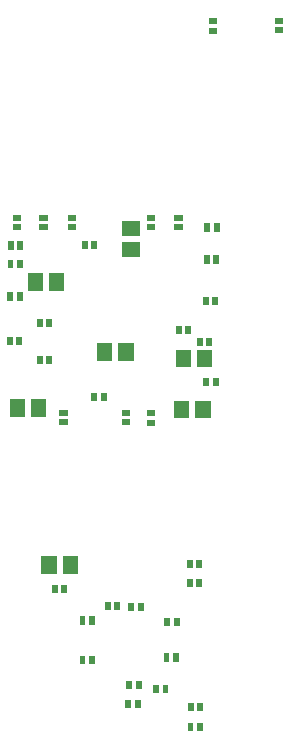
<source format=gbr>
G04 start of page 12 for group -4014 idx -4014 *
G04 Title: (unknown), bottompaste *
G04 Creator: pcb 20110918 *
G04 CreationDate: Thu 31 May 2012 11:38:54 AM GMT UTC *
G04 For: pmonta *
G04 Format: Gerber/RS-274X *
G04 PCB-Dimensions: 400000 320000 *
G04 PCB-Coordinate-Origin: lower left *
%MOIN*%
%FSLAX25Y25*%
%LNBOTTOMPASTE*%
%ADD192R,0.0512X0.0512*%
%ADD191R,0.0197X0.0197*%
G54D191*X292907Y292774D02*X293693D01*
X292907Y289626D02*X293693D01*
X270807Y289500D02*X271593D01*
X270807Y292648D02*X271593D01*
X259407Y223926D02*X260193D01*
X259407Y227074D02*X260193D01*
X269426Y224293D02*Y223507D01*
X272574Y224293D02*Y223507D01*
X250307Y223926D02*X251093D01*
X250307Y227074D02*X251093D01*
G54D192*X261483Y180593D02*Y179807D01*
X268569Y180593D02*Y179807D01*
G54D191*X268852Y199893D02*Y199107D01*
X272000Y199893D02*Y199107D01*
X269052Y172793D02*Y172007D01*
X272200Y172793D02*Y172007D01*
G54D192*X213260Y164193D02*Y163407D01*
X206174Y164193D02*Y163407D01*
G54D191*X206917Y201293D02*Y200507D01*
X203769Y201293D02*Y200507D01*
X206957Y212193D02*Y211407D01*
X203809Y212193D02*Y211407D01*
X206757Y186493D02*Y185707D01*
X203609Y186493D02*Y185707D01*
G54D192*X260857Y163593D02*Y162807D01*
X267943Y163593D02*Y162807D01*
G54D191*X250381Y161974D02*X251167D01*
X250381Y158826D02*X251167D01*
X221107Y162074D02*X221893D01*
X221107Y158926D02*X221893D01*
X241907Y162100D02*X242693D01*
X241907Y158952D02*X242693D01*
G54D192*X243607Y216583D02*X244393D01*
X243607Y223669D02*X244393D01*
G54D191*X205507Y223926D02*X206293D01*
X205507Y227074D02*X206293D01*
X266852Y186193D02*Y185407D01*
X270000Y186193D02*Y185407D01*
X223907Y223926D02*X224693D01*
X223907Y227074D02*X224693D01*
X214407Y223926D02*X215193D01*
X214407Y227074D02*X215193D01*
X231778Y167793D02*Y167007D01*
X234926Y167793D02*Y167007D01*
X259852Y190093D02*Y189307D01*
X263000Y190093D02*Y189307D01*
X213652Y180193D02*Y179407D01*
X216800Y180193D02*Y179407D01*
X213652Y192393D02*Y191607D01*
X216800Y192393D02*Y191607D01*
X269252Y213593D02*Y212807D01*
X272400Y213593D02*Y212807D01*
G54D192*X219260Y206193D02*Y205407D01*
X212174Y206193D02*Y205407D01*
X235183Y182793D02*Y182007D01*
X242269Y182793D02*Y182007D01*
G54D191*X230974Y80093D02*Y79307D01*
X227826Y80093D02*Y79307D01*
X256026Y92893D02*Y92107D01*
X259174Y92893D02*Y92107D01*
X255826Y80993D02*Y80207D01*
X258974Y80993D02*Y80207D01*
X263626Y112193D02*Y111407D01*
X266774Y112193D02*Y111407D01*
X252326Y70493D02*Y69707D01*
X255474Y70493D02*Y69707D01*
X263926Y64393D02*Y63607D01*
X267074Y64393D02*Y63607D01*
X218526Y103693D02*Y102907D01*
X221674Y103693D02*Y102907D01*
X230974Y93293D02*Y92507D01*
X227826Y93293D02*Y92507D01*
X263826Y57793D02*Y57007D01*
X266974Y57793D02*Y57007D01*
X263626Y105793D02*Y105007D01*
X266774Y105793D02*Y105007D01*
X243026Y65493D02*Y64707D01*
X246174Y65493D02*Y64707D01*
G54D192*X216657Y111893D02*Y111107D01*
X223743Y111893D02*Y111107D01*
G54D191*X244052Y97893D02*Y97107D01*
X247200Y97893D02*Y97107D01*
X236300Y98093D02*Y97307D01*
X239448Y98093D02*Y97307D01*
X243426Y71893D02*Y71107D01*
X246574Y71893D02*Y71107D01*
X207074Y218293D02*Y217507D01*
X203926Y218293D02*Y217507D01*
X228526Y218393D02*Y217607D01*
X231674Y218393D02*Y217607D01*
M02*

</source>
